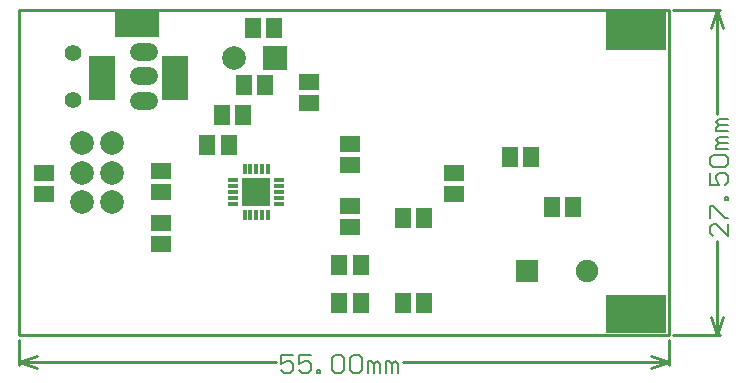
<source format=gbs>
G04*
G04 #@! TF.GenerationSoftware,Altium Limited,Altium Designer,20.0.2 (26)*
G04*
G04 Layer_Color=16711935*
%FSLAX25Y25*%
%MOIN*%
G70*
G01*
G75*
%ADD13C,0.01000*%
%ADD14C,0.00600*%
%ADD25R,0.05367X0.06587*%
%ADD28R,0.06587X0.05367*%
%ADD35O,0.09461X0.05918*%
%ADD36C,0.05524*%
%ADD37R,0.14973X0.08674*%
%ADD38R,0.08674X0.14973*%
%ADD39R,0.07493X0.07493*%
%ADD40C,0.07493*%
%ADD41R,0.20485X0.12611*%
%ADD42R,0.07887X0.07887*%
%ADD43C,0.07887*%
%ADD44C,0.07887*%
%ADD60O,0.01502X0.03550*%
%ADD61O,0.03550X0.01502*%
%ADD62R,0.09455X0.09455*%
D13*
X322835Y106299D02*
Y214567D01*
X106299Y106299D02*
X322835D01*
X106299Y214567D02*
X322835D01*
X106299Y106299D02*
Y214567D01*
Y97244D02*
X112299Y99244D01*
X106299Y97244D02*
X112299Y95244D01*
X316835D02*
X322835Y97244D01*
X316835Y99244D02*
X322835Y97244D01*
X106299D02*
X191873D01*
X234061D02*
X322835D01*
X106299Y96244D02*
Y104799D01*
X322835Y96244D02*
Y104799D01*
X336976Y112299D02*
X338976Y106299D01*
X340976Y112299D01*
X338976Y214567D02*
X340976Y208567D01*
X336976D02*
X338976Y214567D01*
Y106299D02*
Y137739D01*
Y179927D02*
Y214567D01*
X324335Y106299D02*
X339976D01*
X324335Y214567D02*
X339976D01*
D14*
X197472Y99643D02*
X193473D01*
Y96644D01*
X195473Y97644D01*
X196472D01*
X197472Y96644D01*
Y94645D01*
X196472Y93645D01*
X194473D01*
X193473Y94645D01*
X203470Y99643D02*
X199471D01*
Y96644D01*
X201471Y97644D01*
X202470D01*
X203470Y96644D01*
Y94645D01*
X202470Y93645D01*
X200471D01*
X199471Y94645D01*
X205469Y93645D02*
Y94645D01*
X206469D01*
Y93645D01*
X205469D01*
X210468Y98643D02*
X211467Y99643D01*
X213467D01*
X214466Y98643D01*
Y94645D01*
X213467Y93645D01*
X211467D01*
X210468Y94645D01*
Y98643D01*
X216466D02*
X217465Y99643D01*
X219465D01*
X220464Y98643D01*
Y94645D01*
X219465Y93645D01*
X217465D01*
X216466Y94645D01*
Y98643D01*
X222464Y93645D02*
Y97644D01*
X223464D01*
X224463Y96644D01*
Y93645D01*
Y96644D01*
X225463Y97644D01*
X226463Y96644D01*
Y93645D01*
X228462D02*
Y97644D01*
X229462D01*
X230461Y96644D01*
Y93645D01*
Y96644D01*
X231461Y97644D01*
X232461Y96644D01*
Y93645D01*
X342575Y143338D02*
Y139339D01*
X338577Y143338D01*
X337577D01*
X336577Y142338D01*
Y140339D01*
X337577Y139339D01*
X336577Y145337D02*
Y149336D01*
X337577D01*
X341576Y145337D01*
X342575D01*
Y151336D02*
X341576D01*
Y152335D01*
X342575D01*
Y151336D01*
X336577Y160333D02*
Y156334D01*
X339576D01*
X338577Y158333D01*
Y159333D01*
X339576Y160333D01*
X341576D01*
X342575Y159333D01*
Y157334D01*
X341576Y156334D01*
X337577Y162332D02*
X336577Y163332D01*
Y165331D01*
X337577Y166331D01*
X341576D01*
X342575Y165331D01*
Y163332D01*
X341576Y162332D01*
X337577D01*
X342575Y168330D02*
X338577D01*
Y169330D01*
X339576Y170329D01*
X342575D01*
X339576D01*
X338577Y171329D01*
X339576Y172329D01*
X342575D01*
Y174328D02*
X338577D01*
Y175328D01*
X339576Y176327D01*
X342575D01*
X339576D01*
X338577Y177327D01*
X339576Y178327D01*
X342575D01*
D25*
X173760Y179528D02*
D03*
X180768D02*
D03*
X241299Y145276D02*
D03*
X234291D02*
D03*
X283996Y148900D02*
D03*
X291004D02*
D03*
X269823Y165748D02*
D03*
X276831D02*
D03*
X213032Y129724D02*
D03*
X220039D02*
D03*
Y116929D02*
D03*
X213032D02*
D03*
X234291D02*
D03*
X241299D02*
D03*
X176043Y169685D02*
D03*
X169035D02*
D03*
X188248Y189665D02*
D03*
X181240D02*
D03*
X191201Y208760D02*
D03*
X184193D02*
D03*
D28*
X114469Y153189D02*
D03*
Y160197D02*
D03*
X153543Y160984D02*
D03*
Y153976D02*
D03*
X202756Y190512D02*
D03*
Y183504D02*
D03*
X251181Y153386D02*
D03*
Y160394D02*
D03*
X153543Y143661D02*
D03*
Y136653D02*
D03*
X216535Y142165D02*
D03*
Y149173D02*
D03*
Y162933D02*
D03*
Y169941D02*
D03*
D35*
X147736Y200776D02*
D03*
Y192508D02*
D03*
Y184240D02*
D03*
D36*
X124114Y200382D02*
D03*
Y184634D02*
D03*
D37*
X145669Y210039D02*
D03*
D38*
X158268Y191929D02*
D03*
X133858D02*
D03*
D39*
X275571Y127756D02*
D03*
D40*
X295571D02*
D03*
D41*
X312008Y207677D02*
D03*
Y113287D02*
D03*
D42*
X191535Y198721D02*
D03*
D43*
X177756D02*
D03*
D44*
X137205Y170177D02*
D03*
Y150492D02*
D03*
Y160335D02*
D03*
X127362Y170177D02*
D03*
Y160335D02*
D03*
Y150492D02*
D03*
D60*
X189272Y146358D02*
D03*
X187303D02*
D03*
X185335D02*
D03*
X183366D02*
D03*
X181398D02*
D03*
Y161713D02*
D03*
X183366D02*
D03*
X185335D02*
D03*
X187303D02*
D03*
X189272D02*
D03*
D61*
X177657Y150098D02*
D03*
Y152067D02*
D03*
Y154035D02*
D03*
Y156004D02*
D03*
Y157972D02*
D03*
X193012D02*
D03*
Y156004D02*
D03*
Y154035D02*
D03*
Y152067D02*
D03*
Y150098D02*
D03*
D62*
X185335Y154035D02*
D03*
M02*

</source>
